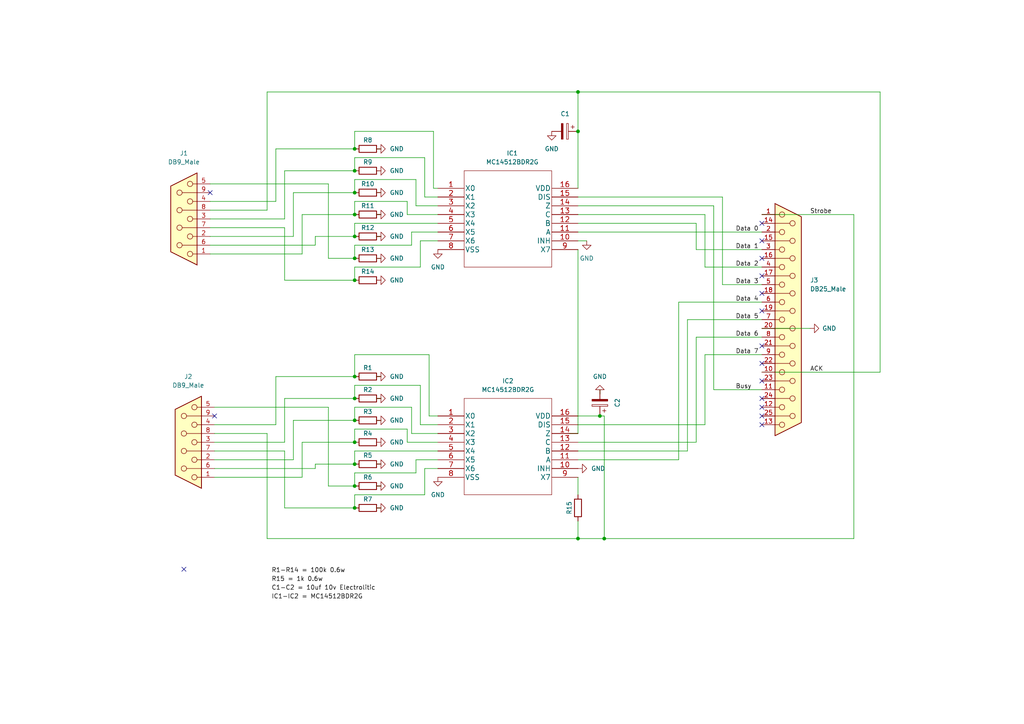
<source format=kicad_sch>
(kicad_sch (version 20211123) (generator eeschema)
  (paper "A4")
  (title_block (title "Acorn Archimedes Parrallel Port Joystick Interface Ian Haylock") (date "2022-05-01") (rev "v3 - Haylock") (comment 1 "Rendered as Schematic by !FOZ!") (comment 2 "Supports Atari Joysticks") (comment 3 "Software supports Acorn Joystick Interface") (comment 4 "See https://stardot.org.uk/forums/viewtopic.php?f=16&t=24492"))
  (lib_symbols
    (symbol "Connector:DB25_Female" (pin_names (offset 1.016) hide)
      (property "Reference" "J" (at 0 34.29 0))
      (property "Value" "DB25_Female" (at 0 -34.925 0))
      (symbol "DB25_Female_0_1"
        (circle (center -1.778 -30.48) (radius 0.762))
        (circle (center -1.778 -25.4) (radius 0.762))
        (circle (center -1.778 -20.32) (radius 0.762))
        (circle (center -1.778 -15.24) (radius 0.762))
        (circle (center -1.778 -10.16) (radius 0.762))
        (circle (center -1.778 -5.08) (radius 0.762))
        (circle (center -1.778 0) (radius 0.762))
        (circle (center -1.778 5.08) (radius 0.762))
        (circle (center -1.778 10.16) (radius 0.762))
        (circle (center -1.778 15.24) (radius 0.762))
        (circle (center -1.778 20.32) (radius 0.762))
        (circle (center -1.778 25.4) (radius 0.762))
        (circle (center -1.778 30.48) (radius 0.762))
        (polyline (pts (xy -3.81 -30.48) (xy -2.54 -30.48)))
        (polyline (pts (xy -3.81 -27.94) (xy 0.508 -27.94)))
        (polyline (pts (xy -3.81 -25.4) (xy -2.54 -25.4)))
        (polyline (pts (xy -3.81 -22.86) (xy 0.508 -22.86)))
        (polyline (pts (xy -3.81 -20.32) (xy -2.54 -20.32)))
        (polyline (pts (xy -3.81 -17.78) (xy 0.508 -17.78)))
        (polyline (pts (xy -3.81 -15.24) (xy -2.54 -15.24)))
        (polyline (pts (xy -3.81 -12.7) (xy 0.508 -12.7)))
        (polyline (pts (xy -3.81 -10.16) (xy -2.54 -10.16)))
        (polyline (pts (xy -3.81 -7.62) (xy 0.508 -7.62)))
        (polyline (pts (xy -3.81 -5.08) (xy -2.54 -5.08)))
        (polyline (pts (xy -3.81 -2.54) (xy 0.508 -2.54)))
        (polyline (pts (xy -3.81 0) (xy -2.54 0)))
        (polyline (pts (xy -3.81 2.54) (xy 0.508 2.54)))
        (polyline (pts (xy -3.81 5.08) (xy -2.54 5.08)))
        (polyline (pts (xy -3.81 7.62) (xy 0.508 7.62)))
        (polyline (pts (xy -3.81 10.16) (xy -2.54 10.16)))
        (polyline (pts (xy -3.81 12.7) (xy 0.508 12.7)))
        (polyline (pts (xy -3.81 15.24) (xy -2.54 15.24)))
        (polyline (pts (xy -3.81 17.78) (xy 0.508 17.78)))
        (polyline (pts (xy -3.81 20.32) (xy -2.54 20.32)))
        (polyline (pts (xy -3.81 22.86) (xy 0.508 22.86)))
        (polyline (pts (xy -3.81 25.4) (xy -2.54 25.4)))
        (polyline (pts (xy -3.81 27.94) (xy 0.508 27.94)))
        (polyline (pts (xy -3.81 30.48) (xy -2.54 30.48)))
        (polyline (pts (xy -3.81 33.655) (xy 3.81 29.845) (xy 3.81 -29.845) (xy -3.81 -33.655) (xy -3.81 33.655)) (stroke (width 0.254)) (fill (type background)))
        (circle (center 1.27 -27.94) (radius 0.762))
        (circle (center 1.27 -22.86) (radius 0.762))
        (circle (center 1.27 -17.78) (radius 0.762))
        (circle (center 1.27 -12.7) (radius 0.762))
        (circle (center 1.27 -7.62) (radius 0.762))
        (circle (center 1.27 -2.54) (radius 0.762))
        (circle (center 1.27 2.54) (radius 0.762))
        (circle (center 1.27 7.62) (radius 0.762))
        (circle (center 1.27 12.7) (radius 0.762))
        (circle (center 1.27 17.78) (radius 0.762))
        (circle (center 1.27 22.86) (radius 0.762))
        (circle (center 1.27 27.94) (radius 0.762))
      )
      (symbol "DB25_Female_1_1"
        (pin passive line (at -7.62 30.48 0) (length 3.81) (name "1") (number "1"))
        (pin passive line (at -7.62 -15.24 0) (length 3.81) (name "10") (number "10"))
        (pin passive line (at -7.62 -20.32 0) (length 3.81) (name "11") (number "11"))
        (pin passive line (at -7.62 -25.4 0) (length 3.81) (name "12") (number "12"))
        (pin passive line (at -7.62 -30.48 0) (length 3.81) (name "13") (number "13"))
        (pin passive line (at -7.62 27.94 0) (length 3.81) (name "P14") (number "14"))
        (pin passive line (at -7.62 22.86 0) (length 3.81) (name "P15") (number "15"))
        (pin passive line (at -7.62 17.78 0) (length 3.81) (name "P16") (number "16"))
        (pin passive line (at -7.62 12.7 0) (length 3.81) (name "P17") (number "17"))
        (pin passive line (at -7.62 7.62 0) (length 3.81) (name "P18") (number "18"))
        (pin passive line (at -7.62 2.54 0) (length 3.81) (name "P19") (number "19"))
        (pin passive line (at -7.62 25.4 0) (length 3.81) (name "2") (number "2"))
        (pin passive line (at -7.62 -2.54 0) (length 3.81) (name "P20") (number "20"))
        (pin passive line (at -7.62 -7.62 0) (length 3.81) (name "P21") (number "21"))
        (pin passive line (at -7.62 -12.7 0) (length 3.81) (name "P22") (number "22"))
        (pin passive line (at -7.62 -17.78 0) (length 3.81) (name "P23") (number "23"))
        (pin passive line (at -7.62 -22.86 0) (length 3.81) (name "P24") (number "24"))
        (pin passive line (at -7.62 -27.94 0) (length 3.81) (name "P25") (number "25"))
        (pin passive line (at -7.62 20.32 0) (length 3.81) (name "3") (number "3"))
        (pin passive line (at -7.62 15.24 0) (length 3.81) (name "4") (number "4"))
        (pin passive line (at -7.62 10.16 0) (length 3.81) (name "5") (number "5"))
        (pin passive line (at -7.62 5.08 0) (length 3.81) (name "6") (number "6"))
        (pin passive line (at -7.62 0 0) (length 3.81) (name "7") (number "7"))
        (pin passive line (at -7.62 -5.08 0) (length 3.81) (name "8") (number "8"))
        (pin passive line (at -7.62 -10.16 0) (length 3.81) (name "9") (number "9"))
      )
    )
    (symbol "Connector:DB9_Female" (pin_names (offset 1.016) hide)
      (property "Reference" "J" (at 0 13.97 0))
      (property "Value" "DB9_Female" (at 0 -14.605 0))
      (symbol "DB9_Female_0_1"
        (circle (center -1.778 -10.16) (radius 0.762))
        (circle (center -1.778 -5.08) (radius 0.762))
        (circle (center -1.778 0) (radius 0.762))
        (circle (center -1.778 5.08) (radius 0.762))
        (circle (center -1.778 10.16) (radius 0.762))
        (polyline (pts (xy -3.81 -10.16) (xy -2.54 -10.16)))
        (polyline (pts (xy -3.81 -7.62) (xy 0.508 -7.62)))
        (polyline (pts (xy -3.81 -5.08) (xy -2.54 -5.08)))
        (polyline (pts (xy -3.81 -2.54) (xy 0.508 -2.54)))
        (polyline (pts (xy -3.81 0) (xy -2.54 0)))
        (polyline (pts (xy -3.81 2.54) (xy 0.508 2.54)))
        (polyline (pts (xy -3.81 5.08) (xy -2.54 5.08)))
        (polyline (pts (xy -3.81 7.62) (xy 0.508 7.62)))
        (polyline (pts (xy -3.81 10.16) (xy -2.54 10.16)))
        (polyline (pts (xy -3.81 13.335) (xy -3.81 -13.335) (xy 3.81 -9.525) (xy 3.81 9.525) (xy -3.81 13.335)) (stroke (width 0.254)) (fill (type background)))
        (circle (center 1.27 -7.62) (radius 0.762))
        (circle (center 1.27 -2.54) (radius 0.762))
        (circle (center 1.27 2.54) (radius 0.762))
        (circle (center 1.27 7.62) (radius 0.762))
      )
      (symbol "DB9_Female_1_1"
        (pin passive line (at -7.62 10.16 0) (length 3.81) (name "1") (number "1"))
        (pin passive line (at -7.62 5.08 0) (length 3.81) (name "2") (number "2"))
        (pin passive line (at -7.62 0 0) (length 3.81) (name "3") (number "3"))
        (pin passive line (at -7.62 -5.08 0) (length 3.81) (name "4") (number "4"))
        (pin passive line (at -7.62 -10.16 0) (length 3.81) (name "5") (number "5"))
        (pin passive line (at -7.62 7.62 0) (length 3.81) (name "6") (number "6"))
        (pin passive line (at -7.62 2.54 0) (length 3.81) (name "7") (number "7"))
        (pin passive line (at -7.62 -2.54 0) (length 3.81) (name "8") (number "8"))
        (pin passive line (at -7.62 -7.62 0) (length 3.81) (name "9") (number "9"))
      )
    )
    (symbol "Device:C_Polarized" (pin_numbers hide) (pin_names (offset 0.254))
      (property "Reference" "C" (at 0.635 2.54 0))
      (property "Value" "C_Polarized" (at 0.635 -2.54 0))
      (symbol "C_Polarized_0_1"
        (rectangle (start -2.286 0.508) (end 2.286 1.016))
        (polyline (pts (xy -1.778 2.286) (xy -0.762 2.286)))
        (polyline (pts (xy -1.27 2.794) (xy -1.27 1.778)))
        (rectangle (start 2.286 -0.508) (end -2.286 -1.016) (fill (type outline)))
      )
      (symbol "C_Polarized_1_1"
        (pin passive line (at 0 3.81 270) (length 2.794) (name "~") (number "1"))
        (pin passive line (at 0 -3.81 90) (length 2.794) (name "~") (number "2"))
      )
    )
    (symbol "Device:R" (pin_numbers hide) (pin_names (offset 0))
      (property "Reference" "R" (at 2.032 0 90))
      (property "Value" "R" (at 0 0 90))
      (symbol "R_0_1"
        (rectangle (start -1.016 -2.54) (end 1.016 2.54) (stroke (width 0.254)))
      )
      (symbol "R_1_1"
        (pin passive line (at 0 3.81 270) (length 1.27) (name "~") (number "1"))
        (pin passive line (at 0 -3.81 90) (length 1.27) (name "~") (number "2"))
      )
    )
    (symbol "MC14512BDR2G:MC14512BDR2G" (pin_names (offset 0.254))
      (property "Reference" "U" (at 20.32 10.16 0))
      (property "Value" "MC14512BDR2G" (at 20.32 7.62 0))
      (symbol "MC14512BDR2G_1_1"
        (polyline (pts (xy 7.62 -22.86) (xy 33.02 -22.86)) (stroke (width 0.127)))
        (polyline (pts (xy 7.62 5.08) (xy 7.62 -22.86)) (stroke (width 0.127)))
        (polyline (pts (xy 33.02 -22.86) (xy 33.02 5.08)) (stroke (width 0.127)))
        (polyline (pts (xy 33.02 5.08) (xy 7.62 5.08)) (stroke (width 0.127)))
        (pin output line (at 0 0 0) (length 7.62) (name "X0") (number "1"))
        (pin input line (at 40.64 -15.24 180) (length 7.62) (name "INH") (number "10"))
        (pin input line (at 40.64 -12.7 180) (length 7.62) (name "A") (number "11"))
        (pin input line (at 40.64 -10.16 180) (length 7.62) (name "B") (number "12"))
        (pin input line (at 40.64 -7.62 180) (length 7.62) (name "C") (number "13"))
        (pin input line (at 40.64 -5.08 180) (length 7.62) (name "Z") (number "14"))
        (pin input line (at 40.64 -2.54 180) (length 7.62) (name "DIS") (number "15"))
        (pin power_in line (at 40.64 0 180) (length 7.62) (name "VDD") (number "16"))
        (pin output line (at 0 -2.54 0) (length 7.62) (name "X1") (number "2"))
        (pin output line (at 0 -5.08 0) (length 7.62) (name "X2") (number "3"))
        (pin output line (at 0 -7.62 0) (length 7.62) (name "X3") (number "4"))
        (pin output line (at 0 -10.16 0) (length 7.62) (name "X4") (number "5"))
        (pin output line (at 0 -12.7 0) (length 7.62) (name "X5") (number "6"))
        (pin output line (at 0 -15.24 0) (length 7.62) (name "X6") (number "7"))
        (pin power_in line (at 0 -17.78 0) (length 7.62) (name "VSS") (number "8"))
        (pin output line (at 40.64 -17.78 180) (length 7.62) (name "X7") (number "9"))
      )
    )
    (symbol "power:GND" (power) (pin_names (offset 0))
      (property "Value" "GND" (at 0 -3.81 0))
      (symbol "GND_0_1"
        (polyline (pts (xy 0 0) (xy 0 -1.27) (xy 1.27 -1.27) (xy 0 -2.54) (xy -1.27 -1.27) (xy 0 -1.27)))
      )
      (symbol "GND_1_1"
        (pin power_in line (at 0 0 270) (length 0) hide (name "GND") (number "1"))
      )
    )
  )
  (junction (at 102.87 43.18))
  (junction (at 102.87 55.88))
  (junction (at 102.87 49.53))
  (junction (at 102.87 134.62))
  (junction (at 102.87 128.27))
  (junction (at 102.87 81.28))
  (junction (at 167.64 38.1))
  (junction (at 102.87 74.93))
  (junction (at 102.87 68.58))
  (junction (at 102.87 62.23))
  (junction (at 102.87 115.57))
  (junction (at 167.64 156.21))
  (junction (at 102.87 109.22))
  (junction (at 102.87 121.92))
  (junction (at 102.87 147.32))
  (junction (at 173.99 120.65))
  (junction (at 175.26 156.21))
  (junction (at 102.87 140.97))
  (junction (at 167.64 26.67))
  (no_connect (at 60.96 55.88))
  (no_connect (at 62.23 120.65))
  (no_connect (at 220.98 100.33))
  (no_connect (at 220.98 105.41))
  (no_connect (at 220.98 110.49))
  (no_connect (at 220.98 115.57))
  (no_connect (at 220.98 118.11))
  (no_connect (at 220.98 123.19))
  (no_connect (at 220.98 120.65))
  (no_connect (at 220.98 64.77))
  (no_connect (at 220.98 74.93))
  (no_connect (at 220.98 80.01))
  (no_connect (at 220.98 85.09))
  (no_connect (at 220.98 69.85))
  (no_connect (at 220.98 90.17))
  (no_connect (at 53.34 165.1))
  (wire (pts (xy 60.96 63.5) (xy 82.55 63.5)))
  (wire (pts (xy 87.63 138.43) (xy 87.63 128.27)))
  (wire (pts (xy 255.27 107.95) (xy 220.98 107.95)))
  (wire (pts (xy 91.44 68.58) (xy 102.87 68.58)))
  (wire (pts (xy 82.55 147.32) (xy 102.87 147.32)))
  (wire (pts (xy 91.44 135.89) (xy 91.44 134.62)))
  (wire (pts (xy 102.87 55.88) (xy 102.87 52.07)))
  (wire (pts (xy 234.95 95.25) (xy 220.98 95.25)))
  (wire (pts (xy 167.64 54.61) (xy 167.64 38.1)))
  (wire (pts (xy 109.22 115.57) (xy 110.49 115.57)))
  (wire (pts (xy 109.22 140.97) (xy 110.49 140.97)))
  (wire (pts (xy 77.47 26.67) (xy 167.64 26.67)))
  (wire (pts (xy 102.87 134.62) (xy 102.87 130.81)))
  (wire (pts (xy 109.22 81.28) (xy 110.49 81.28)))
  (wire (pts (xy 62.23 133.35) (xy 85.09 133.35)))
  (wire (pts (xy 109.22 49.53) (xy 110.49 49.53)))
  (wire (pts (xy 91.44 71.12) (xy 91.44 68.58)))
  (wire (pts (xy 102.87 118.11) (xy 119.38 118.11)))
  (wire (pts (xy 199.39 92.71) (xy 220.98 92.71)))
  (wire (pts (xy 165.1 138.43) (xy 167.64 138.43)))
  (wire (pts (xy 247.65 62.23) (xy 220.98 62.23)))
  (wire (pts (xy 102.87 49.53) (xy 102.87 45.72)))
  (wire (pts (xy 102.87 74.93) (xy 102.87 71.12)))
  (wire (pts (xy 77.47 156.21) (xy 167.64 156.21)))
  (wire (pts (xy 123.19 45.72) (xy 123.19 57.15)))
  (wire (pts (xy 82.55 66.04) (xy 82.55 81.28)))
  (wire (pts (xy 167.64 67.31) (xy 220.98 67.31)))
  (wire (pts (xy 167.64 72.39) (xy 167.64 125.73)))
  (wire (pts (xy 87.63 128.27) (xy 102.87 128.27)))
  (wire (pts (xy 167.64 62.23) (xy 204.47 62.23)))
  (wire (pts (xy 199.39 130.81) (xy 199.39 92.71)))
  (wire (pts (xy 201.93 97.79) (xy 220.98 97.79)))
  (wire (pts (xy 80.01 123.19) (xy 80.01 109.22)))
  (wire (pts (xy 62.23 125.73) (xy 77.47 125.73)))
  (wire (pts (xy 121.92 69.85) (xy 127 69.85)))
  (wire (pts (xy 109.22 121.92) (xy 110.49 121.92)))
  (wire (pts (xy 204.47 62.23) (xy 204.47 77.47)))
  (wire (pts (xy 82.55 49.53) (xy 102.87 49.53)))
  (wire (pts (xy 125.73 38.1) (xy 125.73 54.61)))
  (wire (pts (xy 167.64 120.65) (xy 173.99 120.65)))
  (wire (pts (xy 167.64 26.67) (xy 255.27 26.67)))
  (wire (pts (xy 80.01 43.18) (xy 102.87 43.18)))
  (wire (pts (xy 201.93 128.27) (xy 201.93 97.79)))
  (wire (pts (xy 109.22 147.32) (xy 110.49 147.32)))
  (wire (pts (xy 119.38 118.11) (xy 119.38 125.73)))
  (wire (pts (xy 102.87 137.16) (xy 120.65 137.16)))
  (wire (pts (xy 109.22 134.62) (xy 110.49 134.62)))
  (wire (pts (xy 109.22 74.93) (xy 110.49 74.93)))
  (wire (pts (xy 109.22 43.18) (xy 110.49 43.18)))
  (wire (pts (xy 62.23 130.81) (xy 82.55 130.81)))
  (wire (pts (xy 82.55 81.28) (xy 102.87 81.28)))
  (wire (pts (xy 102.87 115.57) (xy 102.87 111.76)))
  (wire (pts (xy 60.96 73.66) (xy 87.63 73.66)))
  (wire (pts (xy 167.64 128.27) (xy 201.93 128.27)))
  (wire (pts (xy 118.11 124.46) (xy 118.11 128.27)))
  (wire (pts (xy 175.26 120.65) (xy 175.26 156.21)))
  (wire (pts (xy 125.73 54.61) (xy 127 54.61)))
  (wire (pts (xy 80.01 109.22) (xy 102.87 109.22)))
  (wire (pts (xy 60.96 68.58) (xy 85.09 68.58)))
  (wire (pts (xy 247.65 156.21) (xy 247.65 62.23)))
  (wire (pts (xy 62.23 128.27) (xy 82.55 128.27)))
  (wire (pts (xy 124.46 102.87) (xy 124.46 120.65)))
  (wire (pts (xy 80.01 58.42) (xy 80.01 43.18)))
  (wire (pts (xy 102.87 102.87) (xy 124.46 102.87)))
  (wire (pts (xy 119.38 125.73) (xy 127 125.73)))
  (wire (pts (xy 118.11 58.42) (xy 118.11 62.23)))
  (wire (pts (xy 121.92 111.76) (xy 121.92 123.19)))
  (wire (pts (xy 109.22 109.22) (xy 110.49 109.22)))
  (wire (pts (xy 85.09 133.35) (xy 85.09 121.92)))
  (wire (pts (xy 196.85 87.63) (xy 220.98 87.63)))
  (wire (pts (xy 95.25 140.97) (xy 102.87 140.97)))
  (wire (pts (xy 123.19 143.51) (xy 123.19 135.89)))
  (wire (pts (xy 102.87 143.51) (xy 123.19 143.51)))
  (wire (pts (xy 167.64 64.77) (xy 201.93 64.77)))
  (wire (pts (xy 102.87 124.46) (xy 118.11 124.46)))
  (wire (pts (xy 255.27 26.67) (xy 255.27 107.95)))
  (wire (pts (xy 82.55 128.27) (xy 82.55 115.57)))
  (wire (pts (xy 209.55 82.55) (xy 220.98 82.55)))
  (wire (pts (xy 82.55 115.57) (xy 102.87 115.57)))
  (wire (pts (xy 121.92 123.19) (xy 127 123.19)))
  (wire (pts (xy 121.92 77.47) (xy 121.92 69.85)))
  (wire (pts (xy 60.96 60.96) (xy 77.47 60.96)))
  (wire (pts (xy 207.01 113.03) (xy 220.98 113.03)))
  (wire (pts (xy 102.87 121.92) (xy 102.87 118.11)))
  (wire (pts (xy 62.23 138.43) (xy 87.63 138.43)))
  (wire (pts (xy 62.23 123.19) (xy 80.01 123.19)))
  (wire (pts (xy 102.87 43.18) (xy 102.87 38.1)))
  (wire (pts (xy 102.87 52.07) (xy 120.65 52.07)))
  (wire (pts (xy 175.26 156.21) (xy 247.65 156.21)))
  (wire (pts (xy 95.25 118.11) (xy 95.25 140.97)))
  (wire (pts (xy 102.87 147.32) (xy 102.87 143.51)))
  (wire (pts (xy 119.38 67.31) (xy 127 67.31)))
  (wire (pts (xy 167.64 151.13) (xy 167.64 156.21)))
  (wire (pts (xy 60.96 58.42) (xy 80.01 58.42)))
  (wire (pts (xy 124.46 120.65) (xy 127 120.65)))
  (wire (pts (xy 82.55 130.81) (xy 82.55 147.32)))
  (wire (pts (xy 102.87 109.22) (xy 102.87 102.87)))
  (wire (pts (xy 173.99 120.65) (xy 175.26 120.65)))
  (wire (pts (xy 204.47 77.47) (xy 220.98 77.47)))
  (wire (pts (xy 102.87 77.47) (xy 121.92 77.47)))
  (wire (pts (xy 120.65 133.35) (xy 127 133.35)))
  (wire (pts (xy 102.87 111.76) (xy 121.92 111.76)))
  (wire (pts (xy 209.55 57.15) (xy 209.55 82.55)))
  (wire (pts (xy 204.47 123.19) (xy 204.47 102.87)))
  (wire (pts (xy 60.96 71.12) (xy 91.44 71.12)))
  (wire (pts (xy 167.64 156.21) (xy 175.26 156.21)))
  (wire (pts (xy 167.64 69.85) (xy 170.18 69.85)))
  (wire (pts (xy 102.87 45.72) (xy 123.19 45.72)))
  (wire (pts (xy 95.25 53.34) (xy 95.25 74.93)))
  (wire (pts (xy 118.11 62.23) (xy 127 62.23)))
  (wire (pts (xy 60.96 66.04) (xy 82.55 66.04)))
  (wire (pts (xy 102.87 64.77) (xy 127 64.77)))
  (wire (pts (xy 95.25 74.93) (xy 102.87 74.93)))
  (wire (pts (xy 82.55 63.5) (xy 82.55 49.53)))
  (wire (pts (xy 167.64 133.35) (xy 196.85 133.35)))
  (wire (pts (xy 167.64 57.15) (xy 209.55 57.15)))
  (wire (pts (xy 91.44 134.62) (xy 102.87 134.62)))
  (wire (pts (xy 102.87 68.58) (xy 102.87 64.77)))
  (wire (pts (xy 60.96 53.34) (xy 95.25 53.34)))
  (wire (pts (xy 109.22 68.58) (xy 110.49 68.58)))
  (wire (pts (xy 167.64 138.43) (xy 167.64 143.51)))
  (wire (pts (xy 204.47 102.87) (xy 220.98 102.87)))
  (wire (pts (xy 109.22 62.23) (xy 110.49 62.23)))
  (wire (pts (xy 87.63 62.23) (xy 102.87 62.23)))
  (wire (pts (xy 120.65 59.69) (xy 127 59.69)))
  (wire (pts (xy 102.87 130.81) (xy 127 130.81)))
  (wire (pts (xy 62.23 135.89) (xy 91.44 135.89)))
  (wire (pts (xy 85.09 68.58) (xy 85.09 55.88)))
  (wire (pts (xy 109.22 128.27) (xy 110.49 128.27)))
  (wire (pts (xy 201.93 72.39) (xy 220.98 72.39)))
  (wire (pts (xy 77.47 125.73) (xy 77.47 156.21)))
  (wire (pts (xy 87.63 73.66) (xy 87.63 62.23)))
  (wire (pts (xy 196.85 133.35) (xy 196.85 87.63)))
  (wire (pts (xy 167.64 130.81) (xy 199.39 130.81)))
  (wire (pts (xy 102.87 140.97) (xy 102.87 137.16)))
  (wire (pts (xy 167.64 54.61) (xy 165.1 54.61)))
  (wire (pts (xy 120.65 137.16) (xy 120.65 133.35)))
  (wire (pts (xy 118.11 128.27) (xy 127 128.27)))
  (wire (pts (xy 207.01 59.69) (xy 207.01 113.03)))
  (wire (pts (xy 120.65 52.07) (xy 120.65 59.69)))
  (wire (pts (xy 102.87 58.42) (xy 118.11 58.42)))
  (wire (pts (xy 173.99 114.3) (xy 173.99 113.03)))
  (wire (pts (xy 201.93 64.77) (xy 201.93 72.39)))
  (wire (pts (xy 62.23 118.11) (xy 95.25 118.11)))
  (wire (pts (xy 109.22 55.88) (xy 110.49 55.88)))
  (wire (pts (xy 85.09 121.92) (xy 102.87 121.92)))
  (wire (pts (xy 167.64 26.67) (xy 167.64 38.1)))
  (wire (pts (xy 102.87 62.23) (xy 102.87 58.42)))
  (wire (pts (xy 123.19 57.15) (xy 127 57.15)))
  (wire (pts (xy 102.87 71.12) (xy 119.38 71.12)))
  (wire (pts (xy 167.64 123.19) (xy 204.47 123.19)))
  (wire (pts (xy 85.09 55.88) (xy 102.87 55.88)))
  (wire (pts (xy 119.38 71.12) (xy 119.38 67.31)))
  (wire (pts (xy 123.19 135.89) (xy 127 135.89)))
  (wire (pts (xy 102.87 81.28) (xy 102.87 77.47)))
  (wire (pts (xy 102.87 128.27) (xy 102.87 124.46)))
  (wire (pts (xy 165.1 125.73) (xy 167.64 125.73)))
  (wire (pts (xy 167.64 59.69) (xy 207.01 59.69)))
  (wire (pts (xy 102.87 38.1) (xy 125.73 38.1)))
  (wire (pts (xy 77.47 60.96) (xy 77.47 26.67)))
  (label "Data 7" (at 213.36 102.87 0))
  (label "IC1-IC2 = MC14512BDR2G" (at 78.74 173.99 0))
  (label "Data 4" (at 213.36 87.63 0))
  (label "Data 6" (at 213.36 97.79 0))
  (label "ACK" (at 234.95 107.95 0))
  (label "R1-R14 = 100k 0.6w" (at 78.74 166.37 0))
  (label "Busy" (at 213.36 113.03 0))
  (label "C1-C2 = 10uf 10v Electrolitic" (at 78.74 171.45 0))
  (label "Data 0" (at 213.36 67.31 0))
  (label "Data 2" (at 213.36 77.47 0))
  (label "R15 = 1k 0.6w" (at 78.74 168.91 0))
  (label "Strobe" (at 234.95 62.23 0))
  (label "Data 5" (at 213.36 92.71 0))
  (label "Data 3" (at 213.36 82.55 0))
  (label "Data 1" (at 213.36 72.39 0))
  (symbol (lib_id "power:GND") (at 109.22 68.58 90) (unit 1)
    (property "Reference" "#PWR0111" (effects hide))
    (property "Value" "GND" (at 113.03 68.5799 90) (effects (justify right)))
  )
  (symbol (lib_id "power:GND") (at 109.22 128.27 90) (unit 1)
    (property "Reference" "#PWR0120" (effects hide))
    (property "Value" "GND" (at 113.03 128.2699 90) (effects (justify right)))
  )
  (symbol (lib_id "power:GND") (at 109.22 55.88 90) (unit 1)
    (property "Reference" "#PWR0109" (effects hide))
    (property "Value" "GND" (at 113.03 55.8799 90) (effects (justify right)))
  )
  (symbol (lib_id "Device:R") (at 106.68 55.88 90) (unit 1)
    (property "Reference" "R10" (at 106.68 53.34 90))
    (property "Value" "100k" (effects hide))
    (property "Footprint" "Resistor_SMD:R_1206_3216Metric_Pad1.30x1.75mm_HandSolder" (effects hide))
  )
  (symbol (lib_id "Device:C_Polarized") (at 173.99 116.84 180) (unit 1)
    (property "Reference" "C2" (at 179.07 116.84 90))
    (property "Value" "C_Polarized, 10uf Eletrolitic" (effects hide))
    (property "Footprint" "ul_EEE-FN1A100R:EEE-FN1A100R" (effects hide))
  )
  (symbol (lib_id "power:GND") (at 109.22 134.62 90) (unit 1)
    (property "Reference" "#PWR0116" (effects hide))
    (property "Value" "GND" (at 113.03 134.6199 90) (effects (justify right)))
  )
  (symbol (lib_id "Device:R") (at 106.68 74.93 270) (unit 1)
    (property "Reference" "R13" (at 106.68 72.39 90))
    (property "Value" "100k" (effects hide))
    (property "Footprint" "Resistor_SMD:R_1206_3216Metric_Pad1.30x1.75mm_HandSolder" (effects hide))
  )
  (symbol (lib_id "Device:C_Polarized") (at 163.83 38.1 270) (unit 1)
    (property "Reference" "C1" (at 162.56 33.02 90) (effects (justify left)))
    (property "Value" "C_Polarized, 10uf Eletrolitic" (effects hide))
    (property "Footprint" "ul_EEE-FN1A100R:EEE-FN1A100R" (effects hide))
  )
  (symbol (lib_id "Device:R") (at 106.68 43.18 90) (unit 1)
    (property "Reference" "R8" (at 106.68 40.64 90))
    (property "Value" "100k" (effects hide))
    (property "Footprint" "Resistor_SMD:R_1206_3216Metric_Pad1.30x1.75mm_HandSolder" (effects hide))
  )
  (symbol (lib_id "power:GND") (at 109.22 109.22 90) (unit 1)
    (property "Reference" "#PWR0119" (effects hide))
    (property "Value" "GND" (at 113.03 109.2199 90) (effects (justify right)))
  )
  (symbol (lib_id "Device:R") (at 106.68 140.97 90) (unit 1)
    (property "Reference" "R6" (at 106.68 138.43 90))
    (property "Value" "100k" (effects hide))
    (property "Footprint" "Resistor_SMD:R_1206_3216Metric_Pad1.30x1.75mm_HandSolder" (effects hide))
  )
  (symbol (lib_id "Device:R") (at 106.68 147.32 90) (unit 1)
    (property "Reference" "R7" (at 106.68 144.78 90))
    (property "Value" "100k" (effects hide))
    (property "Footprint" "Resistor_SMD:R_1206_3216Metric_Pad1.30x1.75mm_HandSolder" (effects hide))
  )
  (symbol (lib_id "power:GND") (at 109.22 147.32 90) (unit 1)
    (property "Reference" "#PWR0115" (effects hide))
    (property "Value" "GND" (at 113.03 147.3199 90) (effects (justify right)))
  )
  (symbol (lib_id "power:GND") (at 127 138.43 0) (unit 1)
    (property "Reference" "#PWR0103" (effects hide))
    (property "Value" "GND" (at 127 143.51 0))
  )
  (symbol (lib_id "power:GND") (at 127 72.39 0) (unit 1)
    (property "Reference" "#PWR0102" (effects hide))
    (property "Value" "GND" (at 127 77.47 0))
  )
  (symbol (lib_id "Connector:DB9_Female") (at 53.34 63.5 180) (unit 1)
    (property "Reference" "J1" (at 53.34 44.45 0))
    (property "Value" "DB9_Male" (at 53.34 46.99 0))
    (property "Footprint" "5747840-6:5747840-6" (effects hide))
    (property "Datasheet" " ~" (effects hide))
  )
  (symbol (lib_id "power:GND") (at 109.22 74.93 90) (unit 1)
    (property "Reference" "#PWR0112" (effects hide))
    (property "Value" "GND" (at 113.03 74.9299 90) (effects (justify right)))
  )
  (symbol (lib_id "power:GND") (at 109.22 62.23 90) (unit 1)
    (property "Reference" "#PWR0108" (effects hide))
    (property "Value" "GND" (at 113.03 62.2299 90) (effects (justify right)))
  )
  (symbol (lib_id "Device:R") (at 106.68 109.22 90) (unit 1)
    (property "Reference" "R1" (at 106.68 106.68 90))
    (property "Value" "100k" (effects hide))
    (property "Footprint" "Resistor_SMD:R_1206_3216Metric_Pad1.30x1.75mm_HandSolder" (effects hide))
  )
  (symbol (lib_id "Connector:DB25_Female") (at 228.6 92.71 0) (unit 1)
    (property "Reference" "J3" (at 234.95 81.28 0) (effects (justify left)))
    (property "Value" "DB25_Male" (at 234.95 83.82 0) (effects (justify left)))
    (property "Footprint" "5747238-4:5747238-4" (effects hide))
    (property "Datasheet" " ~" (effects hide))
  )
  (symbol (lib_id "power:GND") (at 109.22 43.18 90) (unit 1)
    (property "Reference" "#PWR0110" (effects hide))
    (property "Value" "GND" (at 113.03 43.1799 90) (effects (justify right)))
  )
  (symbol (lib_id "power:GND") (at 160.02 38.1 0) (unit 1)
    (property "Reference" "#PWR0101" (effects hide))
    (property "Value" "GND" (at 160.02 43.18 0))
  )
  (symbol (lib_id "MC14512BDR2G:MC14512BDR2G") (at 127 54.61 0) (unit 1)
    (property "Reference" "IC1" (at 148.59 44.45 0))
    (property "Value" "MC14512BDR2G" (at 148.59 46.99 0))
    (property "Footprint" "MC14512BDR2G:MC14512BDR2G" (effects hide))
    (property "Datasheet" "DOCUMENTATION" (effects hide))
  )
  (symbol (lib_id "power:GND") (at 173.99 114.3 180) (unit 1)
    (property "Reference" "#PWR0105" (effects hide))
    (property "Value" "GND" (at 173.99 109.22 0))
  )
  (symbol (lib_id "power:GND") (at 109.22 49.53 90) (unit 1)
    (property "Reference" "#PWR0107" (effects hide))
    (property "Value" "GND" (at 113.03 49.5299 90) (effects (justify right)))
  )
  (symbol (lib_id "power:GND") (at 109.22 140.97 90) (unit 1)
    (property "Reference" "#PWR0117" (effects hide))
    (property "Value" "GND" (at 113.03 140.9699 90) (effects (justify right)))
  )
  (symbol (lib_id "power:GND") (at 170.18 69.85 0) (unit 1)
    (property "Reference" "#PWR0104" (effects hide))
    (property "Value" "GND" (at 170.18 74.93 0))
  )
  (symbol (lib_id "Device:R") (at 106.68 68.58 90) (unit 1)
    (property "Reference" "R12" (at 106.68 66.04 90))
    (property "Value" "100k" (effects hide))
    (property "Footprint" "Resistor_SMD:R_1206_3216Metric_Pad1.30x1.75mm_HandSolder" (effects hide))
  )
  (symbol (lib_id "Connector:DB9_Female") (at 54.61 128.27 180) (unit 1)
    (property "Reference" "J2" (at 54.61 109.22 0))
    (property "Value" "DB9_Male" (at 54.61 111.76 0))
    (property "Footprint" "5747840-6:5747840-6" (effects hide))
    (property "Datasheet" " ~" (effects hide))
  )
  (symbol (lib_id "Device:R") (at 106.68 49.53 90) (unit 1)
    (property "Reference" "R9" (at 106.68 46.99 90))
    (property "Value" "100k" (effects hide))
    (property "Footprint" "Resistor_SMD:R_1206_3216Metric_Pad1.30x1.75mm_HandSolder" (effects hide))
  )
  (symbol (lib_id "Device:R") (at 106.68 128.27 90) (unit 1)
    (property "Reference" "R4" (at 106.68 125.73 90))
    (property "Value" "100k" (effects hide))
    (property "Footprint" "Resistor_SMD:R_1206_3216Metric_Pad1.30x1.75mm_HandSolder" (effects hide))
  )
  (symbol (lib_id "MC14512BDR2G:MC14512BDR2G") (at 127 120.65 0) (unit 1)
    (property "Reference" "IC2" (at 147.32 110.49 0))
    (property "Value" "MC14512BDR2G" (at 147.32 113.03 0))
    (property "Footprint" "MC14512BDR2G:MC14512BDR2G" (effects hide))
    (property "Datasheet" "DOCUMENTATION" (effects hide))
  )
  (symbol (lib_id "Device:R") (at 106.68 81.28 90) (unit 1)
    (property "Reference" "R14" (at 106.68 78.74 90))
    (property "Value" "100k" (effects hide))
    (property "Footprint" "Resistor_SMD:R_1206_3216Metric_Pad1.30x1.75mm_HandSolder" (effects hide))
  )
  (symbol (lib_id "power:GND") (at 109.22 121.92 90) (unit 1)
    (property "Reference" "#PWR0114" (effects hide))
    (property "Value" "GND" (at 113.03 121.9199 90) (effects (justify right)))
  )
  (symbol (lib_id "power:GND") (at 109.22 81.28 90) (unit 1)
    (property "Reference" "#PWR0113" (effects hide))
    (property "Value" "GND" (at 113.03 81.2799 90) (effects (justify right)))
  )
  (symbol (lib_id "Device:R") (at 106.68 62.23 90) (unit 1)
    (property "Reference" "R11" (at 106.68 59.69 90))
    (property "Value" "100k" (effects hide))
    (property "Footprint" "Resistor_SMD:R_1206_3216Metric_Pad1.30x1.75mm_HandSolder" (effects hide))
  )
  (symbol (lib_id "Device:R") (at 106.68 121.92 90) (unit 1)
    (property "Reference" "R3" (at 106.68 119.38 90))
    (property "Value" "100k" (effects hide))
    (property "Footprint" "Resistor_SMD:R_1206_3216Metric_Pad1.30x1.75mm_HandSolder" (effects hide))
  )
  (symbol (lib_id "Device:R") (at 167.64 147.32 180) (unit 1)
    (property "Reference" "R15" (at 165.1 147.32 90))
    (property "Value" "1k" (effects hide))
    (property "Footprint" "Resistor_SMD:R_1206_3216Metric_Pad1.30x1.75mm_HandSolder" (effects hide))
  )
  (symbol (lib_id "Device:R") (at 106.68 115.57 90) (unit 1)
    (property "Reference" "R2" (at 106.68 113.03 90))
    (property "Value" "100k" (effects hide))
    (property "Footprint" "Resistor_SMD:R_1206_3216Metric_Pad1.30x1.75mm_HandSolder" (effects hide))
  )
  (symbol (lib_id "power:GND") (at 167.64 135.89 90) (unit 1)
    (property "Reference" "#PWR0121" (effects hide))
    (property "Value" "GND" (at 171.45 135.8899 90) (effects (justify right)))
  )
  (symbol (lib_id "Device:R") (at 106.68 134.62 90) (unit 1)
    (property "Reference" "R5" (at 106.68 132.08 90))
    (property "Value" "100k" (effects hide))
    (property "Footprint" "Resistor_SMD:R_1206_3216Metric_Pad1.30x1.75mm_HandSolder" (effects hide))
  )
  (symbol (lib_id "power:GND") (at 234.95 95.25 90) (unit 1)
    (property "Reference" "#PWR0106" (effects hide))
    (property "Value" "GND" (at 242.57 95.25 90) (effects (justify left)))
  )
  (symbol (lib_id "power:GND") (at 109.22 115.57 90) (unit 1)
    (property "Reference" "#PWR0118" (effects hide))
    (property "Value" "GND" (at 113.03 115.5699 90) (effects (justify right)))
  )
)
</source>
